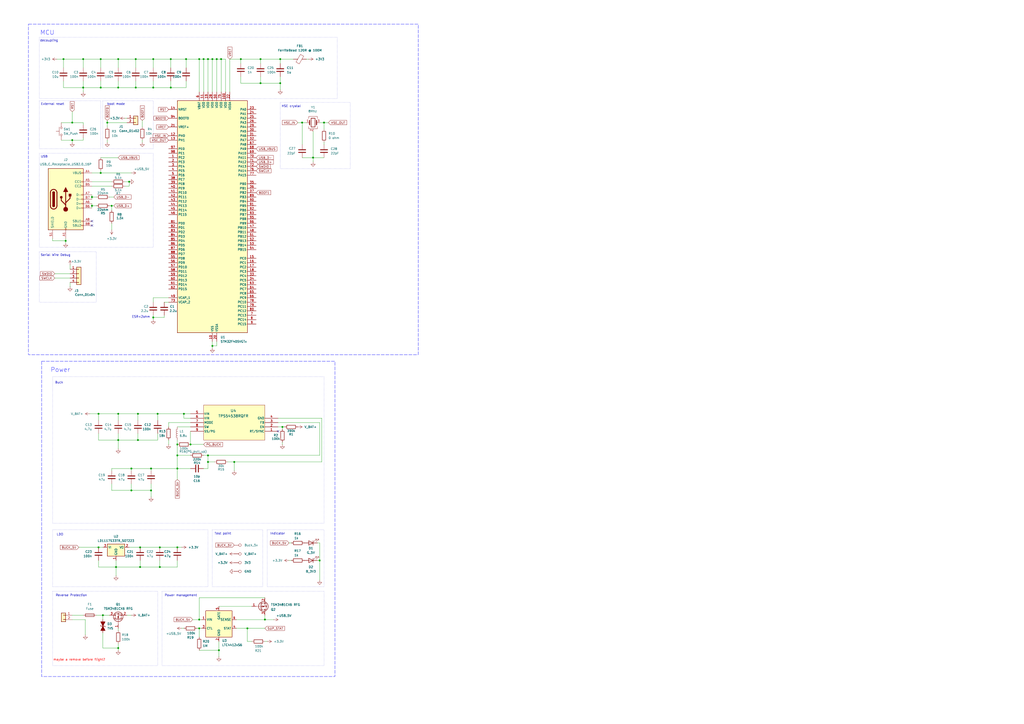
<source format=kicad_sch>
(kicad_sch (version 20250114) (generator "eeschema") (generator_version "9.0")
  (paper "A2")
  (rectangle (start 93.98 342.9) (end 187.96 386.08) (stroke (width 0) (type dot)))
  (rectangle (start 30.48 218.44) (end 187.96 303.53) (stroke (width 0) (type dot)))
  (rectangle (start 30.48 342.9) (end 91.44 386.08) (stroke (width 0) (type dot)))
  (rectangle (start 59.69 58.42) (end 88.9 86.36) (stroke (width 0) (type dot)))
  (rectangle (start 16.51 13.97) (end 242.57 205.74) (stroke (width 0.1778) (type dash) (color 0 0 255 1)))
  (rectangle (start 123.19 307.34) (end 152.4 340.36) (stroke (width 0) (type dot)))
  (rectangle (start 24.13 209.55) (end 194.31 392.43) (stroke (width 0.1778) (type dash) (color 0 0 255 1)))
  (rectangle (start 162.56 59.436) (end 203.2 97.79) (stroke (width 0) (type dot)))
  (rectangle (start 154.94 307.34) (end 187.96 340.36) (stroke (width 0) (type dot)))
  (rectangle (start 22.86 58.42) (end 58.42 86.36) (stroke (width 0) (type dot)))
  (rectangle (start 22.86 21.59) (end 195.58 57.15) (stroke (width 0) (type dot)))
  (rectangle (start 22.86 88.9) (end 88.9 143.51) (stroke (width 0) (type dot)))
  (rectangle (start 22.86 146.05) (end 55.88 175.26) (stroke (width 0) (type dot)))
  (rectangle (start 30.48 307.34) (end 120.65 340.36) (stroke (width 0) (type dot)))
  (text "Indicator" (at 161.036 309.626 0) (effects (font (size 1.27 1.27))))
  (text "HSE crystal" (at 168.91 61.722 0) (effects (font (size 1.27 1.27))))
  (text "Buck" (at 34.29 221.996 0) (effects (font (size 1.27 1.27))))
  (text "maybe a remove before flight?" (at 45.974 382.778 0) (effects (font (size 1.27 1.27))))
  (text "MCU" (at 27.432 19.05 0) (effects (font (size 2.54 2.54))))
  (text "boot mode" (at 67.31 60.452 0) (effects (font (size 1.27 1.27))))
  (text "USB\n" (at 25.654 90.932 0) (effects (font (size 1.27 1.27))))
  (text "Reverse Protection" (at 41.402 345.44 0) (effects (font (size 1.27 1.27))))
  (text "Power management" (at 104.902 345.44 0) (effects (font (size 1.27 1.27))))
  (text "Power" (at 35.052 214.63 0) (effects (font (size 2.54 2.54))))
  (text "LDO" (at 34.798 310.134 0) (effects (font (size 1.27 1.27))))
  (text "decoupling" (at 28.448 23.622 0) (effects (font (size 1.27 1.27))))
  (text "ESR<2ohm\n" (at 81.788 183.896 0) (effects (font (size 1.27 1.27))))
  (text "External reset\n" (at 30.48 60.452 0) (effects (font (size 1.27 1.27))))
  (text "Test point" (at 129.286 309.626 0) (effects (font (size 1.27 1.27))))
  (text "Serial Wire Debug\n" (at 32.258 148.082 0) (effects (font (size 1.27 1.27))))
  (junction (at 81.28 328.93))
  (junction (at 153.67 359.41))
  (junction (at 78.74 50.8))
  (junction (at 68.58 255.27))
  (junction (at 185.42 325.12))
  (junction (at 53.34 114.3))
  (junction (at 92.71 317.5))
  (junction (at 41.91 71.12))
  (junction (at 115.57 364.49))
  (junction (at 175.26 71.12))
  (junction (at 57.15 240.03))
  (junction (at 59.69 356.87))
  (junction (at 87.63 284.48))
  (junction (at 162.56 34.29))
  (junction (at 123.19 34.29))
  (junction (at 102.87 271.78))
  (junction (at 57.15 317.5))
  (junction (at 151.13 48.26))
  (junction (at 135.89 267.97))
  (junction (at 115.57 359.41))
  (junction (at 107.95 34.29))
  (junction (at 187.96 71.12))
  (junction (at 120.65 34.29))
  (junction (at 41.91 81.28))
  (junction (at 87.63 271.78))
  (junction (at 123.19 200.66))
  (junction (at 181.61 91.44))
  (junction (at 110.49 257.81))
  (junction (at 91.44 240.03))
  (junction (at 102.87 257.81))
  (junction (at 48.26 34.29))
  (junction (at 88.9 34.29))
  (junction (at 78.74 34.29))
  (junction (at 88.9 184.15))
  (junction (at 81.28 317.5))
  (junction (at 118.11 34.29))
  (junction (at 68.58 34.29))
  (junction (at 139.7 34.29))
  (junction (at 76.2 271.78))
  (junction (at 163.83 247.65))
  (junction (at 102.87 264.16))
  (junction (at 74.93 105.41))
  (junction (at 68.58 240.03))
  (junction (at 67.31 328.93))
  (junction (at 58.42 100.33))
  (junction (at 58.42 34.29))
  (junction (at 80.01 255.27))
  (junction (at 88.9 50.8))
  (junction (at 92.71 328.93))
  (junction (at 64.77 119.38))
  (junction (at 162.56 48.26))
  (junction (at 127 377.19))
  (junction (at 80.01 240.03))
  (junction (at 102.87 317.5))
  (junction (at 36.83 34.29))
  (junction (at 48.26 50.8))
  (junction (at 68.58 375.92))
  (junction (at 143.51 364.49))
  (junction (at 58.42 50.8))
  (junction (at 76.2 284.48))
  (junction (at 99.06 34.29))
  (junction (at 38.1 139.7))
  (junction (at 99.06 50.8))
  (junction (at 115.57 34.29))
  (junction (at 125.73 34.29))
  (junction (at 120.65 264.16))
  (junction (at 62.23 71.12))
  (junction (at 53.34 119.38))
  (junction (at 120.65 267.97))
  (junction (at 68.58 50.8))
  (junction (at 106.68 240.03))
  (junction (at 128.27 34.29))
  (junction (at 151.13 34.29))
  (no_connect (at 53.34 128.27))
  (no_connect (at 53.34 130.81))
  (no_connect (at 161.29 250.19))
  (wire (pts (xy 95.25 175.26) (xy 97.79 175.26)))
  (wire (pts (xy 76.2 100.33) (xy 58.42 100.33)))
  (wire (pts (xy 53.34 118.11) (xy 53.34 119.38)))
  (wire (pts (xy 57.15 325.12) (xy 57.15 328.93)))
  (wire (pts (xy 91.44 240.03) (xy 106.68 240.03)))
  (wire (pts (xy 97.79 245.11) (xy 110.49 245.11)))
  (wire (pts (xy 118.11 34.29) (xy 118.11 53.34)))
  (wire (pts (xy 132.08 267.97) (xy 135.89 267.97)))
  (wire (pts (xy 97.79 245.11) (xy 97.79 247.65)))
  (wire (pts (xy 82.55 69.85) (xy 82.55 73.66)))
  (wire (pts (xy 76.2 273.05) (xy 76.2 271.78)))
  (wire (pts (xy 57.15 251.46) (xy 57.15 255.27)))
  (wire (pts (xy 162.56 44.45) (xy 162.56 48.26)))
  (wire (pts (xy 38.1 139.7) (xy 38.1 140.97)))
  (wire (pts (xy 123.19 34.29) (xy 125.73 34.29)))
  (wire (pts (xy 120.65 34.29) (xy 123.19 34.29)))
  (wire (pts (xy 120.65 264.16) (xy 185.42 264.16)))
  (wire (pts (xy 38.1 138.43) (xy 38.1 139.7)))
  (wire (pts (xy 80.01 240.03) (xy 80.01 243.84)))
  (wire (pts (xy 181.61 91.44) (xy 187.96 91.44)))
  (wire (pts (xy 58.42 100.33) (xy 53.34 100.33)))
  (wire (pts (xy 68.58 240.03) (xy 68.58 243.84)))
  (wire (pts (xy 128.27 53.34) (xy 128.27 34.29)))
  (wire (pts (xy 88.9 34.29) (xy 88.9 39.37)))
  (wire (pts (xy 120.65 271.78) (xy 120.65 267.97)))
  (wire (pts (xy 74.93 105.41) (xy 74.93 107.95)))
  (wire (pts (xy 87.63 280.67) (xy 87.63 284.48)))
  (wire (pts (xy 88.9 34.29) (xy 99.06 34.29)))
  (wire (pts (xy 162.56 34.29) (xy 162.56 36.83)))
  (wire (pts (xy 151.13 44.45) (xy 151.13 48.26)))
  (wire (pts (xy 91.44 240.03) (xy 91.44 243.84)))
  (wire (pts (xy 143.51 364.49) (xy 153.67 364.49)))
  (wire (pts (xy 163.83 247.65) (xy 165.1 247.65)))
  (wire (pts (xy 88.9 184.15) (xy 88.9 185.42)))
  (wire (pts (xy 78.74 34.29) (xy 88.9 34.29)))
  (wire (pts (xy 114.3 364.49) (xy 115.57 364.49)))
  (wire (pts (xy 33.02 34.29) (xy 36.83 34.29)))
  (wire (pts (xy 127 351.79) (xy 146.05 351.79)))
  (wire (pts (xy 81.28 317.5) (xy 92.71 317.5)))
  (wire (pts (xy 125.73 198.12) (xy 125.73 200.66)))
  (wire (pts (xy 187.96 82.55) (xy 187.96 83.82)))
  (wire (pts (xy 73.66 356.87) (xy 76.2 356.87)))
  (wire (pts (xy 63.5 119.38) (xy 64.77 119.38)))
  (wire (pts (xy 88.9 182.88) (xy 88.9 184.15)))
  (wire (pts (xy 76.2 271.78) (xy 87.63 271.78)))
  (wire (pts (xy 128.27 34.29) (xy 130.81 34.29)))
  (wire (pts (xy 110.49 271.78) (xy 102.87 271.78)))
  (wire (pts (xy 102.87 247.65) (xy 110.49 247.65)))
  (wire (pts (xy 181.61 76.2) (xy 181.61 91.44)))
  (wire (pts (xy 48.26 80.01) (xy 48.26 81.28)))
  (wire (pts (xy 99.06 46.99) (xy 99.06 50.8)))
  (wire (pts (xy 133.35 34.29) (xy 139.7 34.29)))
  (wire (pts (xy 175.26 71.12) (xy 177.8 71.12)))
  (wire (pts (xy 62.23 81.28) (xy 62.23 82.55)))
  (wire (pts (xy 68.58 255.27) (xy 80.01 255.27)))
  (wire (pts (xy 162.56 34.29) (xy 170.18 34.29)))
  (wire (pts (xy 102.87 257.81) (xy 102.87 264.16)))
  (wire (pts (xy 57.15 255.27) (xy 68.58 255.27)))
  (wire (pts (xy 62.23 71.12) (xy 62.23 73.66)))
  (wire (pts (xy 40.64 163.83) (xy 40.64 166.37)))
  (wire (pts (xy 153.67 346.71) (xy 115.57 346.71)))
  (wire (pts (xy 57.15 328.93) (xy 67.31 328.93)))
  (wire (pts (xy 137.16 359.41) (xy 153.67 359.41)))
  (wire (pts (xy 130.81 34.29) (xy 130.81 53.34)))
  (wire (pts (xy 175.26 91.44) (xy 181.61 91.44)))
  (wire (pts (xy 41.91 359.41) (xy 49.53 359.41)))
  (wire (pts (xy 184.15 314.96) (xy 185.42 314.96)))
  (wire (pts (xy 64.77 119.38) (xy 64.77 121.92)))
  (wire (pts (xy 58.42 50.8) (xy 48.26 50.8)))
  (wire (pts (xy 151.13 34.29) (xy 162.56 34.29)))
  (wire (pts (xy 187.96 71.12) (xy 190.5 71.12)))
  (wire (pts (xy 175.26 71.12) (xy 175.26 83.82)))
  (wire (pts (xy 78.74 50.8) (xy 88.9 50.8)))
  (wire (pts (xy 81.28 325.12) (xy 81.28 328.93)))
  (wire (pts (xy 67.31 328.93) (xy 81.28 328.93)))
  (wire (pts (xy 125.73 53.34) (xy 125.73 34.29)))
  (wire (pts (xy 63.5 356.87) (xy 59.69 356.87)))
  (wire (pts (xy 57.15 240.03) (xy 57.15 243.84)))
  (wire (pts (xy 186.69 242.57) (xy 186.69 267.97)))
  (wire (pts (xy 48.26 34.29) (xy 58.42 34.29)))
  (wire (pts (xy 153.67 359.41) (xy 153.67 356.87)))
  (wire (pts (xy 41.91 356.87) (xy 48.26 356.87)))
  (wire (pts (xy 107.95 34.29) (xy 115.57 34.29)))
  (wire (pts (xy 30.48 139.7) (xy 38.1 139.7)))
  (wire (pts (xy 58.42 91.44) (xy 68.58 91.44)))
  (wire (pts (xy 59.69 356.87) (xy 59.69 359.41)))
  (wire (pts (xy 88.9 46.99) (xy 88.9 50.8)))
  (wire (pts (xy 162.56 48.26) (xy 162.56 52.07)))
  (wire (pts (xy 118.11 34.29) (xy 120.65 34.29)))
  (wire (pts (xy 67.31 328.93) (xy 67.31 334.01)))
  (wire (pts (xy 102.87 264.16) (xy 110.49 264.16)))
  (wire (pts (xy 110.49 257.81) (xy 118.11 257.81)))
  (wire (pts (xy 68.58 373.38) (xy 68.58 375.92)))
  (wire (pts (xy 161.29 245.11) (xy 185.42 245.11)))
  (wire (pts (xy 48.26 50.8) (xy 48.26 53.34)))
  (wire (pts (xy 80.01 240.03) (xy 91.44 240.03)))
  (wire (pts (xy 59.69 375.92) (xy 68.58 375.92)))
  (wire (pts (xy 53.34 114.3) (xy 55.88 114.3)))
  (wire (pts (xy 72.39 107.95) (xy 74.93 107.95)))
  (wire (pts (xy 58.42 34.29) (xy 68.58 34.29)))
  (wire (pts (xy 35.56 81.28) (xy 41.91 81.28)))
  (wire (pts (xy 48.26 50.8) (xy 48.26 46.99)))
  (wire (pts (xy 72.39 68.58) (xy 73.66 68.58)))
  (wire (pts (xy 163.83 247.65) (xy 163.83 248.92)))
  (wire (pts (xy 110.49 257.81) (xy 110.49 250.19)))
  (wire (pts (xy 36.83 34.29) (xy 48.26 34.29)))
  (wire (pts (xy 151.13 48.26) (xy 162.56 48.26)))
  (wire (pts (xy 68.58 255.27) (xy 68.58 260.35)))
  (wire (pts (xy 153.67 359.41) (xy 158.75 359.41)))
  (wire (pts (xy 139.7 44.45) (xy 139.7 48.26)))
  (wire (pts (xy 110.49 242.57) (xy 106.68 242.57)))
  (wire (pts (xy 64.77 284.48) (xy 76.2 284.48)))
  (wire (pts (xy 118.11 271.78) (xy 120.65 271.78)))
  (wire (pts (xy 36.83 46.99) (xy 36.83 50.8)))
  (wire (pts (xy 184.15 325.12) (xy 185.42 325.12)))
  (wire (pts (xy 151.13 34.29) (xy 151.13 36.83)))
  (wire (pts (xy 123.19 53.34) (xy 123.19 34.29)))
  (wire (pts (xy 53.34 119.38) (xy 55.88 119.38)))
  (wire (pts (xy 78.74 46.99) (xy 78.74 50.8)))
  (wire (pts (xy 139.7 34.29) (xy 151.13 34.29)))
  (wire (pts (xy 30.48 138.43) (xy 30.48 139.7)))
  (wire (pts (xy 115.57 346.71) (xy 115.57 359.41)))
  (wire (pts (xy 31.75 161.29) (xy 40.64 161.29)))
  (wire (pts (xy 163.83 256.54) (xy 163.83 257.81)))
  (wire (pts (xy 125.73 34.29) (xy 128.27 34.29)))
  (wire (pts (xy 172.72 71.12) (xy 175.26 71.12)))
  (wire (pts (xy 88.9 172.72) (xy 88.9 175.26)))
  (wire (pts (xy 53.34 113.03) (xy 53.34 114.3)))
  (wire (pts (xy 57.15 317.5) (xy 59.69 317.5)))
  (wire (pts (xy 41.91 64.77) (xy 41.91 71.12)))
  (wire (pts (xy 88.9 50.8) (xy 99.06 50.8)))
  (wire (pts (xy 123.19 198.12) (xy 123.19 200.66)))
  (wire (pts (xy 36.83 34.29) (xy 36.83 39.37)))
  (wire (pts (xy 41.91 71.12) (xy 48.26 71.12)))
  (wire (pts (xy 64.77 271.78) (xy 76.2 271.78)))
  (wire (pts (xy 125.73 200.66) (xy 123.19 200.66)))
  (wire (pts (xy 97.79 172.72) (xy 88.9 172.72)))
  (wire (pts (xy 58.42 99.06) (xy 58.42 100.33)))
  (wire (pts (xy 67.31 325.12) (xy 67.31 328.93)))
  (wire (pts (xy 76.2 280.67) (xy 76.2 284.48)))
  (wire (pts (xy 63.5 114.3) (xy 66.04 114.3)))
  (wire (pts (xy 64.77 119.38) (xy 66.04 119.38)))
  (wire (pts (xy 105.41 364.49) (xy 106.68 364.49)))
  (wire (pts (xy 107.95 46.99) (xy 107.95 50.8)))
  (wire (pts (xy 72.39 105.41) (xy 74.93 105.41)))
  (wire (pts (xy 48.26 34.29) (xy 48.26 39.37)))
  (wire (pts (xy 143.51 364.49) (xy 143.51 372.11)))
  (wire (pts (xy 161.29 242.57) (xy 186.69 242.57)))
  (wire (pts (xy 186.69 267.97) (xy 135.89 267.97)))
  (wire (pts (xy 95.25 184.15) (xy 88.9 184.15)))
  (wire (pts (xy 81.28 328.93) (xy 92.71 328.93)))
  (wire (pts (xy 95.25 182.88) (xy 95.25 184.15)))
  (wire (pts (xy 68.58 364.49) (xy 68.58 365.76)))
  (wire (pts (xy 102.87 255.27) (xy 102.87 257.81)))
  (wire (pts (xy 127 372.11) (xy 127 377.19)))
  (wire (pts (xy 62.23 71.12) (xy 73.66 71.12)))
  (wire (pts (xy 102.87 271.78) (xy 102.87 264.16)))
  (wire (pts (xy 167.64 325.12) (xy 168.91 325.12)))
  (wire (pts (xy 45.72 317.5) (xy 57.15 317.5)))
  (wire (pts (xy 107.95 34.29) (xy 107.95 39.37)))
  (wire (pts (xy 92.71 325.12) (xy 92.71 328.93)))
  (wire (pts (xy 118.11 264.16) (xy 120.65 264.16)))
  (wire (pts (xy 185.42 245.11) (xy 185.42 264.16)))
  (wire (pts (xy 68.58 240.03) (xy 80.01 240.03)))
  (wire (pts (xy 41.91 81.28) (xy 41.91 82.55)))
  (wire (pts (xy 187.96 71.12) (xy 187.96 74.93)))
  (wire (pts (xy 139.7 34.29) (xy 139.7 36.83)))
  (wire (pts (xy 64.77 129.54) (xy 64.77 133.35)))
  (wire (pts (xy 80.01 255.27) (xy 91.44 255.27)))
  (wire (pts (xy 68.58 46.99) (xy 68.58 50.8)))
  (wire (pts (xy 97.79 255.27) (xy 97.79 257.81)))
  (wire (pts (xy 143.51 372.11) (xy 146.05 372.11)))
  (wire (pts (xy 48.26 72.39) (xy 48.26 71.12)))
  (wire (pts (xy 177.8 34.29) (xy 179.07 34.29)))
  (wire (pts (xy 181.61 91.44) (xy 181.61 93.98)))
  (wire (pts (xy 64.77 280.67) (xy 64.77 284.48)))
  (wire (pts (xy 115.57 364.49) (xy 115.57 369.57)))
  (wire (pts (xy 127 377.19) (xy 127 381)))
  (wire (pts (xy 58.42 34.29) (xy 58.42 39.37)))
  (wire (pts (xy 133.35 53.34) (xy 133.35 34.29)))
  (wire (pts (xy 185.42 325.12) (xy 185.42 336.55)))
  (wire (pts (xy 53.34 107.95) (xy 64.77 107.95)))
  (wire (pts (xy 115.57 377.19) (xy 127 377.19)))
  (wire (pts (xy 78.74 34.29) (xy 78.74 39.37)))
  (wire (pts (xy 185.42 314.96) (xy 185.42 325.12)))
  (wire (pts (xy 105.41 317.5) (xy 102.87 317.5)))
  (wire (pts (xy 59.69 367.03) (xy 59.69 375.92)))
  (wire (pts (xy 62.23 69.85) (xy 62.23 71.12)))
  (wire (pts (xy 76.2 284.48) (xy 87.63 284.48)))
  (wire (pts (xy 135.89 267.97) (xy 135.89 273.05)))
  (wire (pts (xy 68.58 251.46) (xy 68.58 255.27)))
  (wire (pts (xy 102.87 271.78) (xy 102.87 278.13)))
  (wire (pts (xy 185.42 71.12) (xy 187.96 71.12)))
  (wire (pts (xy 87.63 271.78) (xy 102.87 271.78)))
  (wire (pts (xy 41.91 81.28) (xy 48.26 81.28)))
  (wire (pts (xy 167.64 314.96) (xy 168.91 314.96)))
  (wire (pts (xy 115.57 34.29) (xy 118.11 34.29)))
  (wire (pts (xy 143.51 364.49) (xy 137.16 364.49)))
  (wire (pts (xy 92.71 317.5) (xy 102.87 317.5)))
  (wire (pts (xy 115.57 34.29) (xy 115.57 53.34)))
  (wire (pts (xy 120.65 267.97) (xy 124.46 267.97)))
  (wire (pts (xy 68.58 50.8) (xy 78.74 50.8)))
  (wire (pts (xy 68.58 375.92) (xy 68.58 377.19)))
  (wire (pts (xy 99.06 34.29) (xy 107.95 34.29)))
  (wire (pts (xy 58.42 46.99) (xy 58.42 50.8)))
  (wire (pts (xy 120.65 264.16) (xy 120.65 267.97)))
  (wire (pts (xy 35.56 71.12) (xy 41.91 71.12)))
  (wire (pts (xy 87.63 271.78) (xy 87.63 273.05)))
  (wire (pts (xy 123.19 200.66) (xy 123.19 201.93)))
  (wire (pts (xy 120.65 34.29) (xy 120.65 53.34)))
  (wire (pts (xy 40.64 153.67) (xy 40.64 156.21)))
  (wire (pts (xy 99.06 50.8) (xy 107.95 50.8)))
  (wire (pts (xy 106.68 242.57) (xy 106.68 240.03)))
  (wire (pts (xy 139.7 48.26) (xy 151.13 48.26)))
  (wire (pts (xy 57.15 240.03) (xy 68.58 240.03)))
  (wire (pts (xy 161.29 247.65) (xy 163.83 247.65)))
  (wire (pts (xy 36.83 50.8) (xy 48.26 50.8)))
  (wire (pts (xy 99.06 34.29) (xy 99.06 39.37)))
  (wire (pts (xy 154.94 372.11) (xy 153.67 372.11)))
  (wire (pts (xy 68.58 34.29) (xy 68.58 39.37)))
  (wire (pts (xy 53.34 114.3) (xy 53.34 115.57)))
  (wire (pts (xy 31.75 158.75) (xy 40.64 158.75)))
  (wire (pts (xy 55.88 356.87) (xy 59.69 356.87)))
  (wire (pts (xy 106.68 240.03) (xy 110.49 240.03)))
  (wire (pts (xy 87.63 284.48) (xy 87.63 288.29)))
  (wire (pts (xy 92.71 328.93) (xy 102.87 328.93)))
  (wire (pts (xy 102.87 325.12) (xy 102.87 328.93)))
  (wire (pts (xy 115.57 359.41) (xy 116.84 359.41)))
  (wire (pts (xy 74.93 317.5) (xy 81.28 317.5)))
  (wire (pts (xy 53.34 105.41) (xy 64.77 105.41)))
  (wire (pts (xy 58.42 50.8) (xy 68.58 50.8)))
  (wire (pts (xy 68.58 34.29) (xy 78.74 34.29)))
  (wire (pts (xy 52.07 240.03) (xy 57.15 240.03)))
  (wire (pts (xy 49.53 359.41) (xy 49.53 368.3)))
  (wire (pts (xy 82.55 82.55) (xy 82.55 81.28)))
  (wire (pts (xy 80.01 251.46) (xy 80.01 255.27)))
  (wire (pts (xy 115.57 364.49) (xy 116.84 364.49)))
  (wire (pts (xy 53.34 119.38) (xy 53.34 120.65)))
  (wire (pts (xy 91.44 251.46) (xy 91.44 255.27)))
  (wire (pts (xy 64.77 273.05) (xy 64.77 271.78)))
  (wire (pts (xy 111.76 359.41) (xy 115.57 359.41)))
  (global_label "RST" (shape input) (at 97.79 63.5 180) (property "Intersheetrefs" "${INTERSHEET_REFS}" (effects (hide yes))))
  (global_label "HSE_OUT" (shape input) (at 190.5 71.12 0) (property "Intersheetrefs" "${INTERSHEET_REFS}" (effects (hide yes))))
  (global_label "BUCK_5V" (shape input) (at 135.89 316.23 180) (property "Intersheetrefs" "${INTERSHEET_REFS}" (effects (hide yes))))
  (global_label "USB_VBUS" (shape input) (at 68.58 91.44 0) (property "Intersheetrefs" "${INTERSHEET_REFS}" (effects (hide yes))))
  (global_label "SWCLK" (shape input) (at 31.75 161.29 180) (property "Intersheetrefs" "${INTERSHEET_REFS}" (effects (hide yes))))
  (global_label "HSE_OUT" (shape input) (at 97.79 81.28 180) (property "Intersheetrefs" "${INTERSHEET_REFS}" (effects (hide yes))))
  (global_label "BUCK_5V" (shape input) (at 45.72 317.5 180) (property "Intersheetrefs" "${INTERSHEET_REFS}" (effects (hide yes))))
  (global_label "HSE_IN" (shape input) (at 172.72 71.12 180) (property "Intersheetrefs" "${INTERSHEET_REFS}" (effects (hide yes))))
  (global_label "SUP_STAT" (shape input) (at 153.67 364.49 0) (property "Intersheetrefs" "${INTERSHEET_REFS}" (effects (hide yes))))
  (global_label "BUCK_5V" (shape input) (at 111.76 359.41 180) (property "Intersheetrefs" "${INTERSHEET_REFS}" (effects (hide yes))))
  (global_label "USB_D-" (shape input) (at 66.04 114.3 0) (property "Intersheetrefs" "${INTERSHEET_REFS}" (effects (hide yes))))
  (global_label "RST" (shape input) (at 41.91 64.77 90) (property "Intersheetrefs" "${INTERSHEET_REFS}" (effects (hide yes))))
  (global_label "BOOT0" (shape input) (at 62.23 69.85 90) (property "Intersheetrefs" "${INTERSHEET_REFS}" (effects (hide yes))))
  (global_label "BOOT1" (shape input) (at 148.59 111.76 0) (property "Intersheetrefs" "${INTERSHEET_REFS}" (effects (hide yes))))
  (global_label "BUCK_5V" (shape input) (at 167.64 314.96 180) (property "Intersheetrefs" "${INTERSHEET_REFS}" (effects (hide yes))))
  (global_label "SWDIO" (shape input) (at 31.75 158.75 180) (property "Intersheetrefs" "${INTERSHEET_REFS}" (effects (hide yes))))
  (global_label "BOOT0" (shape input) (at 97.79 68.58 180) (property "Intersheetrefs" "${INTERSHEET_REFS}" (effects (hide yes))))
  (global_label "VREF" (shape input) (at 133.35 34.29 90) (property "Intersheetrefs" "${INTERSHEET_REFS}" (effects (hide yes))))
  (global_label "BUCK_5V" (shape input) (at 102.87 278.13 270) (property "Intersheetrefs" "${INTERSHEET_REFS}" (effects (hide yes))))
  (global_label "USB_D+" (shape input) (at 66.04 119.38 0) (property "Intersheetrefs" "${INTERSHEET_REFS}" (effects (hide yes))))
  (global_label "BOOT1" (shape input) (at 82.55 69.85 90) (property "Intersheetrefs" "${INTERSHEET_REFS}" (effects (hide yes))))
  (global_label "VREF" (shape input) (at 97.79 73.66 180) (property "Intersheetrefs" "${INTERSHEET_REFS}" (effects (hide yes))))
  (global_label "SWDIO" (shape input) (at 148.59 96.52 0) (property "Intersheetrefs" "${INTERSHEET_REFS}" (effects (hide yes))))
  (global_label "USB_D+" (shape input) (at 148.59 93.98 0) (property "Intersheetrefs" "${INTERSHEET_REFS}" (effects (hide yes))))
  (global_label "USB_D-" (shape input) (at 148.59 91.44 0) (property "Intersheetrefs" "${INTERSHEET_REFS}" (effects (hide yes))))
  (global_label "PG_BUCK" (shape input) (at 118.11 257.81 0) (property "Intersheetrefs" "${INTERSHEET_REFS}" (effects (hide yes))))
  (global_label "USB_VBUS" (shape input) (at 148.59 86.36 0) (property "Intersheetrefs" "${INTERSHEET_REFS}" (effects (hide yes))))
  (global_label "HSE_IN" (shape input) (at 97.79 78.74 180) (property "Intersheetrefs" "${INTERSHEET_REFS}" (effects (hide yes))))
  (global_label "SWCLK" (shape input) (at 148.59 99.06 0) (property "Intersheetrefs" "${INTERSHEET_REFS}" (effects (hide yes))))
  (symbol (lib_id "power:VAA") (at 52.07 240.03 90) (unit 1)
    (property "Reference" "#PWR028" (effects (hide yes)))
    (property "Value" "V_BAT+" (at 48.26 240.0299 90) (effects (justify left)))
    (property "Description" "Power symbol creates a global label with name \"VAA\"" (effects (hide yes)))
  )
  (symbol (lib_id "Regulator_Linear:LD1117S33TR_SOT223") (at 67.31 317.5 0) (unit 1)
    (property "Reference" "U2" (at 67.31 311.15 0))
    (property "Value" "LD1117S33TR_SOT223" (at 67.31 313.69 0))
    (property "Footprint" "Package_TO_SOT_SMD:SOT-223-3_TabPin2" (effects (hide yes)))
    (property "Datasheet" "http://www.st.com/st-web-ui/static/active/en/resource/technical/document/datasheet/CD00000544.pdf" (effects (hide yes)))
    (property "Description" "800mA Fixed Low Drop Positive Voltage Regulator, Fixed Output 3.3V, SOT-223" (effects (hide yes)))
  )
  (symbol (lib_id "Connector:TestPoint") (at 135.89 326.39 270) (unit 1)
    (property "Reference" "3V3" (at 141.732 326.39 90) (effects (justify left)))
    (property "Value" "TestPoint" (effects (hide yes)))
    (property "Description" "test point" (effects (hide yes)))
  )
  (symbol (lib_id "Device:C") (at 114.3 271.78 90) (mirror x) (unit 1)
    (property "Reference" "C16" (at 116.078 278.892 90) (effects (justify left)))
    (property "Value" "10p" (at 116.078 276.352 90) (effects (justify left)))
    (property "Description" "Unpolarized capacitor" (effects (hide yes)))
  )
  (symbol (lib_id "power:GND") (at 185.42 336.55 0) (unit 1)
    (property "Reference" "#PWR027" (effects (hide yes)))
    (property "Value" "GND" (effects (hide yes)))
    (property "Description" "Power symbol creates a global label with name \"GND\" , ground" (effects (hide yes)))
  )
  (symbol (lib_id "Device:LED") (at 180.34 314.96 180) (unit 1)
    (property "Reference" "D1" (at 180.34 318.008 0))
    (property "Value" "G_5V" (at 180.34 320.548 0))
    (property "Description" "Light emitting diode" (effects (hide yes)))
    (property "Sim.Pins" "1=K 2=A" (effects (hide yes)))
  )
  (symbol (lib_id "Device:C") (at 57.15 247.65 0) (mirror y) (unit 1)
    (property "Reference" "C13" (at 53.34 246.3799 0) (effects (justify left)))
    (property "Value" "4.7u" (at 53.34 248.9199 0) (effects (justify left)))
    (property "Description" "Unpolarized capacitor" (effects (hide yes)))
  )
  (symbol (lib_id "Device:R") (at 68.58 105.41 90) (unit 1)
    (property "Reference" "R6" (at 68.58 101.092 90))
    (property "Value" "5.1k" (at 68.58 103.124 90))
    (property "Description" "Resistor" (effects (hide yes)))
  )
  (symbol (lib_id "Connector:TestPoint") (at 135.89 331.47 270) (unit 1)
    (property "Reference" "GND" (at 141.732 331.47 90) (effects (justify left)))
    (property "Value" "TestPoint" (effects (hide yes)))
    (property "Description" "test point" (effects (hide yes)))
  )
  (symbol (lib_id "power:GND") (at 49.53 368.3 0) (unit 1)
    (property "Reference" "#PWR030" (effects (hide yes)))
    (property "Value" "GND" (effects (hide yes)))
    (property "Description" "Power symbol creates a global label with name \"GND\" , ground" (effects (hide yes)))
  )
  (symbol (lib_id "Device:C") (at 88.9 43.18 0) (mirror y) (unit 1)
    (property "Reference" "C7" (at 86.106 41.91 0) (effects (justify left)))
    (property "Value" "100n" (at 86.106 44.45 0) (effects (justify left)))
    (property "Description" "Unpolarized capacitor" (effects (hide yes)))
  )
  (symbol (lib_id "Device:C") (at 139.7 40.64 0) (unit 1)
    (property "Reference" "C20" (at 143.51 39.3699 0) (effects (justify left)))
    (property "Value" "1n" (at 143.51 41.9099 0) (effects (justify left)))
    (property "Description" "Unpolarized capacitor" (effects (hide yes)))
  )
  (symbol (lib_id "Device:R") (at 62.23 77.47 0) (unit 1)
    (property "Reference" "R3" (at 64.77 76.1999 0) (effects (justify left)))
    (property "Value" "10k" (at 64.77 78.7399 0) (effects (justify left)))
    (property "Description" "Resistor" (effects (hide yes)))
  )
  (symbol (lib_id "power:GND") (at 163.83 257.81 0) (unit 1)
    (property "Reference" "#PWR02" (effects (hide yes)))
    (property "Value" "GND" (effects (hide yes)))
    (property "Description" "Power symbol creates a global label with name \"GND\" , ground" (effects (hide yes)))
  )
  (symbol (lib_id "MCU_ST_STM32F4:STM32F405VGTx") (at 123.19 127 0) (unit 1)
    (property "Reference" "U1" (at 127.8733 195.58 0) (effects (justify left)))
    (property "Value" "STM32F405VGTx" (at 127.8733 198.12 0) (effects (justify left)))
    (property "Footprint" "Package_QFP:LQFP-100_14x14mm_P0.5mm" (effects (hide yes)))
    (property "Datasheet" "https://www.st.com/resource/en/datasheet/stm32f405vg.pdf" (effects (hide yes)))
    (property "Description" "STMicroelectronics Arm Cortex-M4 MCU, 1024KB flash, 192KB RAM, 168 MHz, 1.8-3.6V, 82 GPIO, LQFP100" (effects (hide yes)))
  )
  (symbol (lib_id "Device:Fuse") (at 52.07 356.87 90) (unit 1)
    (property "Reference" "F1" (at 52.07 350.52 90))
    (property "Value" "Fuse" (at 52.07 353.06 90))
    (property "Description" "Fuse" (effects (hide yes)))
  )
  (symbol (lib_id "Power_Management:LTC4412xS6") (at 127 361.95 0) (unit 1)
    (property "Reference" "U3" (at 128.778 371.602 0) (effects (justify left)))
    (property "Value" "LTC4412xS6" (at 128.778 374.142 0) (effects (justify left)))
    (property "Footprint" "Package_TO_SOT_SMD:TSOT-23-6" (effects (hide yes)))
    (property "Datasheet" "https://www.analog.com/media/en/technical-documentation/data-sheets/4412fb.pdf" (effects (hide yes)))
    (property "Description" "Low Loss PowerPath Controller, TSOT-23-6" (effects (hide yes)))
  )
  (symbol (lib_id "Device:R") (at 163.83 252.73 0) (mirror x) (unit 1)
    (property "Reference" "R2" (at 160.02 252.476 0))
    (property "Value" "100k" (at 160.02 254.508 0))
    (property "Description" "Resistor" (effects (hide yes)))
  )
  (symbol (lib_id "Device:R") (at 128.27 267.97 90) (mirror x) (unit 1)
    (property "Reference" "R15" (at 128.27 272.288 90))
    (property "Value" "30k" (at 128.27 270.256 90))
    (property "Description" "Resistor" (effects (hide yes)))
  )
  (symbol (lib_id "Device:L") (at 102.87 251.46 180) (unit 1)
    (property "Reference" "L1" (at 104.14 250.1899 0) (effects (justify right)))
    (property "Value" "6.8u" (at 104.14 252.7299 0) (effects (justify right)))
    (property "Description" "Inductor" (effects (hide yes)))
  )
  (symbol (lib_id "power:+3.3V") (at 72.39 68.58 90) (mirror x) (unit 1)
    (property "Reference" "#PWR010" (effects (hide yes)))
    (property "Value" "+3.3V" (at 66.548 68.58 90))
    (property "Description" "Power symbol creates a global label with name \"+3.3V\"" (effects (hide yes)))
  )
  (symbol (lib_id "power:GND") (at 48.26 53.34 0) (unit 1)
    (property "Reference" "#PWR05" (effects (hide yes)))
    (property "Value" "GND" (effects (hide yes)))
    (property "Description" "Power symbol creates a global label with name \"GND\" , ground" (effects (hide yes)))
  )
  (symbol (lib_id "Connector:USB_C_Receptacle_USB2.0_16P") (at 38.1 115.57 0) (unit 1)
    (property "Reference" "J2" (at 38.1 92.71 0))
    (property "Value" "USB_C_Receptacle_USB2.0_16P" (at 38.1 95.25 0))
    (property "Datasheet" "https://www.usb.org/sites/default/files/documents/usb_type-c.zip" (effects (hide yes)))
    (property "Description" "USB 2.0-only 16P Type-C Receptacle connector" (effects (hide yes)))
  )
  (symbol (lib_id "Device:R") (at 149.86 372.11 270) (mirror x) (unit 1)
    (property "Reference" "R21" (at 147.828 377.444 90) (effects (justify left)))
    (property "Value" "100k" (at 147.828 374.904 90) (effects (justify left)))
    (property "Description" "Resistor" (effects (hide yes)))
  )
  (symbol (lib_id "power:GND") (at 40.64 166.37 0) (unit 1)
    (property "Reference" "#PWR017" (effects (hide yes)))
    (property "Value" "GND" (effects (hide yes)))
    (property "Description" "Power symbol creates a global label with name \"GND\" , ground" (effects (hide yes)))
  )
  (symbol (lib_id "power:GND") (at 41.91 82.55 0) (unit 1)
    (property "Reference" "#PWR07" (effects (hide yes)))
    (property "Value" "GND" (effects (hide yes)))
    (property "Description" "Power symbol creates a global label with name \"GND\" , ground" (effects (hide yes)))
  )
  (symbol (lib_id "Device:R") (at 187.96 78.74 0) (unit 1)
    (property "Reference" "R10" (at 190.5 77.4699 0) (effects (justify left)))
    (property "Value" "0 ohm" (at 190.5 80.0099 0) (effects (justify left)))
    (property "Description" "Resistor" (effects (hide yes)))
  )
  (symbol (lib_id "Device:C") (at 99.06 43.18 0) (mirror y) (unit 1)
    (property "Reference" "C8" (at 96.266 41.91 0) (effects (justify left)))
    (property "Value" "100n" (at 96.266 44.45 0) (effects (justify left)))
    (property "Description" "Unpolarized capacitor" (effects (hide yes)))
  )
  (symbol (lib_id "power:GND") (at 38.1 140.97 0) (unit 1)
    (property "Reference" "#PWR016" (effects (hide yes)))
    (property "Value" "GND" (effects (hide yes)))
    (property "Description" "Power symbol creates a global label with name \"GND\" , ground" (effects (hide yes)))
  )
  (symbol (lib_id "Small_av_tony_lib:TPS54538RQFR") (at 161.29 250.19 180) (unit 1)
    (property "Reference" "U4" (at 135.382 238.252 0) (effects (font (size 1.524 1.524))))
    (property "Value" "TPS54538RQFR" (at 135.382 241.3 0) (effects (font (size 1.524 1.524))))
    (property "Footprint" "VQFN-HR9_RQF_TEX" (effects (hide yes)))
    (property "Datasheet" "https://www.ti.com/lit/gpn/tps54538" (effects (hide yes)))
  )
  (symbol (lib_id "Device:Crystal_GND24") (at 181.61 71.12 0) (unit 1)
    (property "Reference" "Y1" (at 181.61 62.23 0))
    (property "Value" "8Mhz" (at 181.356 64.516 0))
    (property "Description" "Four pin crystal, GND on pins 2 and 4" (effects (hide yes)))
    (property private "KLC_S3.3" "The rectangle is not a symbol body but a graphical element" (effects (hide yes)))
    (property private "KLC_S4.1" "Some pins are on 50mil grid to make the symbol small" (effects (hide yes)))
  )
  (symbol (lib_id "Connector:TestPoint") (at 135.89 316.23 270) (unit 1)
    (property "Reference" "Buck_5v" (at 141.732 316.23 90) (effects (justify left)))
    (property "Value" "TestPoint" (effects (hide yes)))
    (property "Description" "test point" (effects (hide yes)))
  )
  (symbol (lib_id "power:GND") (at 97.79 257.81 0) (unit 1)
    (property "Reference" "#PWR019" (effects (hide yes)))
    (property "Value" "GND" (effects (hide yes)))
    (property "Description" "Power symbol creates a global label with name \"GND\" , ground" (effects (hide yes)))
  )
  (symbol (lib_id "Device:R") (at 168.91 247.65 90) (mirror x) (unit 1)
    (property "Reference" "R1" (at 168.91 251.968 90))
    (property "Value" "390k" (at 168.91 249.936 90))
    (property "Description" "Resistor" (effects (hide yes)))
  )
  (symbol (lib_id "Device:C") (at 68.58 43.18 0) (mirror y) (unit 1)
    (property "Reference" "C5" (at 65.786 41.91 0) (effects (justify left)))
    (property "Value" "100n" (at 65.786 44.45 0) (effects (justify left)))
    (property "Description" "Unpolarized capacitor" (effects (hide yes)))
  )
  (symbol (lib_id "power:+3.3V") (at 105.41 317.5 270) (unit 1)
    (property "Reference" "#PWR022" (effects (hide yes)))
    (property "Value" "+3.3V" (at 109.22 317.4999 90) (effects (justify left)))
    (property "Description" "Power symbol creates a global label with name \"+3.3V\"" (effects (hide yes)))
  )
  (symbol (lib_id "Device:R") (at 68.58 107.95 90) (mirror x) (unit 1)
    (property "Reference" "R7" (at 68.58 112.268 90))
    (property "Value" "5.1k" (at 68.58 110.236 90))
    (property "Description" "Resistor" (effects (hide yes)))
  )
  (symbol (lib_id "Device:C") (at 187.96 87.63 0) (unit 1)
    (property "Reference" "C28" (at 191.77 86.3599 0) (effects (justify left)))
    (property "Value" "22pF" (at 191.77 88.8999 0) (effects (justify left)))
    (property "Description" "Unpolarized capacitor" (effects (hide yes)))
  )
  (symbol (lib_id "power:GND") (at 135.89 331.47 270) (unit 1)
    (property "Reference" "#PWR024" (effects (hide yes)))
    (property "Value" "GND" (effects (hide yes)))
    (property "Description" "Power symbol creates a global label with name \"GND\" , ground" (effects (hide yes)))
  )
  (symbol (lib_id "power:VAA") (at 135.89 321.31 90) (unit 1)
    (property "Reference" "#PWR029" (effects (hide yes)))
    (property "Value" "V_BAT+" (at 132.08 321.3099 90) (effects (justify left)))
    (property "Description" "Power symbol creates a global label with name \"VAA\"" (effects (hide yes)))
  )
  (symbol (lib_id "Device:R") (at 172.72 314.96 270) (unit 1)
    (property "Reference" "R16" (at 170.688 309.626 90) (effects (justify left)))
    (property "Value" "1k" (at 170.688 312.166 90) (effects (justify left)))
    (property "Description" "Resistor" (effects (hide yes)))
  )
  (symbol (lib_id "Device:R") (at 58.42 95.25 0) (unit 1)
    (property "Reference" "R9" (at 62.992 93.98 0))
    (property "Value" "10k" (at 63.246 96.012 0))
    (property "Description" "Resistor" (effects (hide yes)))
  )
  (symbol (lib_id "Device:R") (at 115.57 373.38 0) (unit 1)
    (property "Reference" "R20" (at 117.602 372.11 0) (effects (justify left)))
    (property "Value" "1M" (at 117.602 374.65 0) (effects (justify left)))
    (property "Description" "Resistor" (effects (hide yes)))
  )
  (symbol (lib_id "Device:C") (at 48.26 43.18 0) (mirror y) (unit 1)
    (property "Reference" "C3" (at 45.466 41.91 0) (effects (justify left)))
    (property "Value" "100n" (at 45.466 44.45 0) (effects (justify left)))
    (property "Description" "Unpolarized capacitor" (effects (hide yes)))
  )
  (symbol (lib_id "Transistor_FET:IRLML6402") (at 151.13 351.79 0) (mirror x) (unit 1)
    (property "Reference" "Q2" (at 158.496 353.568 0))
    (property "Value" "TSM3481CX6 RFG" (at 165.608 350.774 0))
    (property "Footprint" "Package_TO_SOT_SMD:SOT-23" (effects (hide yes)))
    (property "Datasheet" "https://www.infineon.com/dgdl/irlml6402pbf.pdf?fileId=5546d462533600a401535668d5c2263c" (effects (hide yes)))
    (property "Description" "-3.7A Id, -20V Vds, 65mOhm Rds, P-Channel HEXFET Power MOSFET, SOT-23" (effects (hide yes)))
  )
  (symbol (lib_id "power:+3.3V") (at 64.77 133.35 0) (mirror x) (unit 1)
    (property "Reference" "#PWR015" (effects (hide yes)))
    (property "Value" "+3.3V" (at 64.77 138.43 0))
    (property "Description" "Power symbol creates a global label with name \"+3.3V\"" (effects (hide yes)))
  )
  (symbol (lib_id "power:GND") (at 68.58 260.35 0) (unit 1)
    (property "Reference" "#PWR018" (effects (hide yes)))
    (property "Value" "GND" (effects (hide yes)))
    (property "Description" "Power symbol creates a global label with name \"GND\" , ground" (effects (hide yes)))
  )
  (symbol (lib_id "Device:C") (at 68.58 247.65 0) (mirror y) (unit 1)
    (property "Reference" "C14" (at 64.77 246.3799 0) (effects (justify left)))
    (property "Value" "4.7u" (at 64.77 248.9199 0) (effects (justify left)))
    (property "Description" "Unpolarized capacitor" (effects (hide yes)))
  )
  (symbol (lib_id "power:GND") (at 88.9 185.42 0) (unit 1)
    (property "Reference" "#PWR03" (effects (hide yes)))
    (property "Value" "GND" (effects (hide yes)))
    (property "Description" "Power symbol creates a global label with name \"GND\" , ground" (effects (hide yes)))
  )
  (symbol (lib_id "power:+3.3V") (at 135.89 326.39 90) (mirror x) (unit 1)
    (property "Reference" "#PWR025" (effects (hide yes)))
    (property "Value" "+3.3V" (at 132.08 326.3899 90) (effects (justify left)))
    (property "Description" "Power symbol creates a global label with name \"+3.3V\"" (effects (hide yes)))
  )
  (symbol (lib_id "Device:C") (at 162.56 40.64 0) (unit 1)
    (property "Reference" "C11" (at 166.37 39.3699 0) (effects (justify left)))
    (property "Value" "1u" (at 166.37 41.9099 0) (effects (justify left)))
    (property "Description" "Unpolarized capacitor" (effects (hide yes)))
  )
  (symbol (lib_id "Device:R") (at 97.79 251.46 0) (unit 1)
    (property "Reference" "R13" (at 92.202 250.19 0) (effects (justify left)))
    (property "Value" "18k" (at 92.202 252.73 0) (effects (justify left)))
    (property "Description" "Resistor" (effects (hide yes)))
  )
  (symbol (lib_id "Device:D_TVS_Filled") (at 59.69 363.22 90) (unit 1)
    (property "Reference" "D3" (at 62.23 361.9499 90) (effects (justify right)))
    (property "Value" "TVS" (at 62.23 364.4899 90) (effects (justify right)))
    (property "Description" "Bidirectional transient-voltage-suppression diode, filled shape" (effects (hide yes)))
  )
  (symbol (lib_id "Device:LED") (at 180.34 325.12 180) (unit 1)
    (property "Reference" "D2" (at 180.34 328.93 0))
    (property "Value" "B_3V3" (at 180.34 331.47 0))
    (property "Description" "Light emitting diode" (effects (hide yes)))
    (property "Sim.Pins" "1=K 2=A" (effects (hide yes)))
  )
  (symbol (lib_id "Device:C") (at 95.25 179.07 0) (unit 1)
    (property "Reference" "C1" (at 98.552 177.8 0) (effects (justify left)))
    (property "Value" "2.2u" (at 98.298 180.34 0) (effects (justify left)))
    (property "Description" "Unpolarized capacitor" (effects (hide yes)))
  )
  (symbol (lib_id "power:+3V3") (at 33.02 34.29 90) (unit 1)
    (property "Reference" "#PWR04" (effects (hide yes)))
    (property "Value" "+3V3" (at 29.21 34.2899 90) (effects (justify left)))
    (property "Description" "Power symbol creates a global label with name \"+3V3\"" (effects (hide yes)))
  )
  (symbol (lib_id "Device:R") (at 106.68 257.81 90) (mirror x) (unit 1)
    (property "Reference" "R16(PG_pull_up)" (at 112.014 261.874 90))
    (property "Value" "100k" (at 106.68 260.096 90))
    (property "Description" "Resistor" (effects (hide yes)))
  )
  (symbol (lib_id "Device:R") (at 68.58 369.57 0) (unit 1)
    (property "Reference" "R18" (at 70.612 368.3 0) (effects (justify left)))
    (property "Value" "100k" (at 70.612 370.84 0) (effects (justify left)))
    (property "Description" "Resistor" (effects (hide yes)))
  )
  (symbol (lib_id "Device:C") (at 58.42 43.18 0) (mirror y) (unit 1)
    (property "Reference" "C4" (at 55.626 41.91 0) (effects (justify left)))
    (property "Value" "100n" (at 55.626 44.45 0) (effects (justify left)))
    (property "Description" "Unpolarized capacitor" (effects (hide yes)))
  )
  (symbol (lib_id "Device:R") (at 59.69 114.3 90) (unit 1)
    (property "Reference" "R5" (at 59.69 109.982 90))
    (property "Value" "22ohm" (at 59.69 112.014 90))
    (property "Description" "Resistor" (effects (hide yes)))
  )
  (symbol (lib_id "Device:C") (at 92.71 321.31 0) (mirror y) (unit 1)
    (property "Reference" "C22" (at 88.9 320.0399 0) (effects (justify left)))
    (property "Value" "47u" (at 88.9 322.5799 0) (effects (justify left)))
    (property "Description" "Unpolarized capacitor" (effects (hide yes)))
  )
  (symbol (lib_id "Device:C") (at 48.26 76.2 0) (unit 1)
    (property "Reference" "C26" (at 52.07 74.9299 0) (effects (justify left)))
    (property "Value" "100n" (at 52.07 77.4699 0) (effects (justify left)))
    (property "Description" "Unpolarized capacitor" (effects (hide yes)))
  )
  (symbol (lib_id "Connector:TestPoint") (at 135.89 321.31 270) (unit 1)
    (property "Reference" "V_BAT+" (at 141.732 321.31 90) (effects (justify left)))
    (property "Value" "TestPoint" (effects (hide yes)))
    (property "Description" "test point" (effects (hide yes)))
  )
  (symbol (lib_id "Device:R") (at 64.77 125.73 0) (unit 1)
    (property "Reference" "R8" (at 69.342 124.46 0))
    (property "Value" "1.5k" (at 69.596 126.492 0))
    (property "Description" "Resistor" (effects (hide yes)))
  )
  (symbol (lib_id "Device:C") (at 151.13 40.64 0) (unit 1)
    (property "Reference" "C25" (at 154.94 39.3699 0) (effects (justify left)))
    (property "Value" "100n" (at 154.94 41.9099 0) (effects (justify left)))
    (property "Description" "Unpolarized capacitor" (effects (hide yes)))
  )
  (symbol (lib_id "power:GND") (at 162.56 52.07 0) (unit 1)
    (property "Reference" "#PWR06" (effects (hide yes)))
    (property "Value" "GND" (effects (hide yes)))
    (property "Description" "Power symbol creates a global label with name \"GND\" , ground" (effects (hide yes)))
  )
  (symbol (lib_id "Device:FerriteBead") (at 173.99 34.29 90) (unit 1)
    (property "Reference" "FB1" (at 173.9392 26.67 90))
    (property "Value" "FerriteBead 120R @ 100M" (at 173.9392 29.21 90))
    (property "Description" "Ferrite bead" (effects (hide yes)))
  )
  (symbol (lib_id "Switch:SW_Push") (at 35.56 76.2 90) (unit 1)
    (property "Reference" "SW1" (at 36.83 74.9299 90) (effects (justify right)))
    (property "Value" "SW_Push" (at 36.83 77.4699 90) (effects (justify right)))
    (property "Description" "Push button switch, generic, two pins" (effects (hide yes)))
  )
  (symbol (lib_id "Transistor_FET:IRLML6402") (at 68.58 359.41 90) (unit 1)
    (property "Reference" "Q1" (at 68.58 350.52 90))
    (property "Value" "TSM3481CX6 RFG" (at 68.58 353.06 90))
    (property "Footprint" "Package_TO_SOT_SMD:SOT-23" (effects (hide yes)))
    (property "Datasheet" "https://www.infineon.com/dgdl/irlml6402pbf.pdf?fileId=5546d462533600a401535668d5c2263c" (effects (hide yes)))
    (property "Description" "-3.7A Id, -20V Vds, 65mOhm Rds, P-Channel HEXFET Power MOSFET, SOT-23" (effects (hide yes)))
  )
  (symbol (lib_id "power:GND") (at 67.31 334.01 0) (unit 1)
    (property "Reference" "#PWR023" (effects (hide yes)))
    (property "Value" "GND" (effects (hide yes)))
    (property "Description" "Power symbol creates a global label with name \"GND\" , ground" (effects (hide yes)))
  )
  (symbol (lib_id "Device:C") (at 76.2 276.86 0) (mirror y) (unit 1)
    (property "Reference" "C18" (at 72.39 275.5899 0) (effects (justify left)))
    (property "Value" "47u" (at 72.39 278.1299 0) (effects (justify left)))
    (property "Description" "Unpolarized capacitor" (effects (hide yes)))
  )
  (symbol (lib_id "power:GND") (at 123.19 201.93 0) (unit 1)
    (property "Reference" "#PWR012" (effects (hide yes)))
    (property "Value" "GND" (effects (hide yes)))
    (property "Description" "Power symbol creates a global label with name \"GND\" , ground" (effects (hide yes)))
  )
  (symbol (lib_id "Connector_Generic:Conn_01x02") (at 78.74 68.58 0) (unit 1)
    (property "Reference" "J1" (at 69.088 73.406 0) (effects (justify left)))
    (property "Value" "Conn_01x02" (at 69.088 75.946 0) (effects (justify left)))
    (property "Description" "Generic connector, single row, 01x02, script generated (kicad-library-utils/schlib/autogen/connector/)" (effects (hide yes)))
  )
  (symbol (lib_id "power:+5V") (at 105.41 364.49 90) (mirror x) (unit 1)
    (property "Reference" "#PWR034" (effects (hide yes)))
    (property "Value" "+USB_5V" (at 105.156 367.538 90) (effects (justify left)))
    (property "Description" "Power symbol creates a global label with name \"+5V\"" (effects (hide yes)))
  )
  (symbol (lib_id "power:GND") (at 82.55 82.55 0) (mirror y) (unit 1)
    (property "Reference" "#PWR011" (effects (hide yes)))
    (property "Value" "GND" (effects (hide yes)))
    (property "Description" "Power symbol creates a global label with name \"GND\" , ground" (effects (hide yes)))
  )
  (symbol (lib_id "Connector_Generic:Conn_01x02") (at 36.83 356.87 0) (mirror y) (unit 1)
    (property "Reference" "J5" (effects (hide yes)))
    (property "Value" "Conn_01x02" (effects (hide yes)))
    (property "Description" "Generic connector, single row, 01x02, script generated (kicad-library-utils/schlib/autogen/connector/)" (effects (hide yes)))
  )
  (symbol (lib_id "Device:R") (at 172.72 325.12 270) (unit 1)
    (property "Reference" "R17" (at 170.688 319.532 90) (effects (justify left)))
    (property "Value" "1k" (at 170.688 322.072 90) (effects (justify left)))
    (property "Description" "Resistor" (effects (hide yes)))
  )
  (symbol (lib_id "power:+5V") (at 158.75 359.41 270) (unit 1)
    (property "Reference" "#PWR035" (effects (hide yes)))
    (property "Value" "+USB_5V" (at 160.274 357.124 90) (effects (justify left)))
    (property "Description" "Power symbol creates a global label with name \"+5V\"" (effects (hide yes)))
  )
  (symbol (lib_id "Device:C") (at 36.83 43.18 0) (mirror y) (unit 1)
    (property "Reference" "C10" (at 34.036 41.91 0) (effects (justify left)))
    (property "Value" "10u" (at 34.036 44.45 0) (effects (justify left)))
    (property "Description" "Unpolarized capacitor" (effects (hide yes)))
  )
  (symbol (lib_id "Device:C") (at 87.63 276.86 0) (mirror y) (unit 1)
    (property "Reference" "C17" (at 83.82 275.5899 0) (effects (justify left)))
    (property "Value" "47u" (at 83.82 278.1299 0) (effects (justify left)))
    (property "Description" "Unpolarized capacitor" (effects (hide yes)))
  )
  (symbol (lib_id "power:GND") (at 181.61 93.98 0) (unit 1)
    (property "Reference" "#PWR037" (effects (hide yes)))
    (property "Value" "GND" (effects (hide yes)))
    (property "Description" "Power symbol creates a global label with name \"GND\" , ground" (effects (hide yes)))
  )
  (symbol (lib_id "Device:C") (at 88.9 179.07 0) (mirror y) (unit 1)
    (property "Reference" "C2" (at 86.106 177.8 0) (effects (justify left)))
    (property "Value" "2.2u" (at 86.106 180.34 0) (effects (justify left)))
    (property "Description" "Unpolarized capacitor" (effects (hide yes)))
  )
  (symbol (lib_id "power:GND") (at 62.23 82.55 0) (unit 1)
    (property "Reference" "#PWR09" (effects (hide yes)))
    (property "Value" "GND" (effects (hide yes)))
    (property "Description" "Power symbol creates a global label with name \"GND\" , ground" (effects (hide yes)))
  )
  (symbol (lib_id "Device:C") (at 78.74 43.18 0) (mirror y) (unit 1)
    (property "Reference" "C6" (at 75.946 41.91 0) (effects (justify left)))
    (property "Value" "100n" (at 75.946 44.45 0) (effects (justify left)))
    (property "Description" "Unpolarized capacitor" (effects (hide yes)))
  )
  (symbol (lib_id "power:GND") (at 74.93 105.41 90) (unit 1)
    (property "Reference" "#PWR014" (effects (hide yes)))
    (property "Value" "GND" (effects (hide yes)))
    (property "Description" "Power symbol creates a global label with name \"GND\" , ground" (effects (hide yes)))
  )
  (symbol (lib_id "power:GND") (at 87.63 288.29 0) (unit 1)
    (property "Reference" "#PWR021" (effects (hide yes)))
    (property "Value" "GND" (effects (hide yes)))
    (property "Description" "Power symbol creates a global label with name \"GND\" , ground" (effects (hide yes)))
  )
  (symbol (lib_id "Device:R") (at 114.3 264.16 90) (mirror x) (unit 1)
    (property "Reference" "R14" (at 114.3 268.478 90))
    (property "Value" "220k" (at 114.3 266.446 90))
    (property "Description" "Resistor" (effects (hide yes)))
  )
  (symbol (lib_id "power:VAA") (at 172.72 247.65 270) (mirror x) (unit 1)
    (property "Reference" "#PWR01" (effects (hide yes)))
    (property "Value" "V_BAT+" (at 176.53 247.6499 90) (effects (justify left)))
    (property "Description" "Power symbol creates a global label with name \"VAA\"" (effects (hide yes)))
  )
  (symbol (lib_id "power:+3.3V") (at 167.64 325.12 90) (mirror x) (unit 1)
    (property "Reference" "#PWR026" (effects (hide yes)))
    (property "Value" "+3.3V" (at 163.83 325.1199 90) (effects (justify left)))
    (property "Description" "Power symbol creates a global label with name \"+3.3V\"" (effects (hide yes)))
  )
  (symbol (lib_id "Device:R") (at 110.49 364.49 270) (mirror x) (unit 1)
    (property "Reference" "R19" (at 108.458 369.824 90) (effects (justify left)))
    (property "Value" "100k" (at 108.458 367.284 90) (effects (justify left)))
    (property "Description" "Resistor" (effects (hide yes)))
  )
  (symbol (lib_id "Device:C") (at 64.77 276.86 0) (mirror y) (unit 1)
    (property "Reference" "C19" (at 60.96 275.5899 0) (effects (justify left)))
    (property "Value" "47u" (at 60.96 278.1299 0) (effects (justify left)))
    (property "Description" "Unpolarized capacitor" (effects (hide yes)))
  )
  (symbol (lib_id "power:+5V") (at 76.2 100.33 270) (unit 1)
    (property "Reference" "#PWR013" (effects (hide yes)))
    (property "Value" "+USB_5V" (at 77.724 98.044 90) (effects (justify left)))
    (property "Description" "Power symbol creates a global label with name \"+5V\"" (effects (hide yes)))
  )
  (symbol (lib_id "Device:R") (at 59.69 119.38 270) (unit 1)
    (property "Reference" "R5" (at 59.69 123.698 90))
    (property "Value" "22ohm" (at 59.69 121.666 90))
    (property "Description" "Resistor" (effects (hide yes)))
  )
  (symbol (lib_id "Connector_Generic:Conn_01x04") (at 45.72 158.75 0) (unit 1)
    (property "Reference" "J3" (at 43.18 168.6559 0) (effects (justify left)))
    (property "Value" "Conn_01x04" (at 43.434 170.942 0) (effects (justify left)))
    (property "Description" "Generic connector, single row, 01x04, script generated (kicad-library-utils/schlib/autogen/connector/)" (effects (hide yes)))
  )
  (symbol (lib_id "Device:R") (at 82.55 77.47 0) (mirror y) (unit 1)
    (property "Reference" "R4" (at 86.868 74.93 0))
    (property "Value" "10k" (at 86.36 77.47 0))
    (property "Description" "Resistor" (effects (hide yes)))
  )
  (symbol (lib_id "power:+3.3V") (at 40.64 153.67 0) (mirror y) (unit 1)
    (property "Reference" "#PWR017" (effects (hide yes)))
    (property "Value" "+3.3V" (at 44.196 151.638 0))
    (property "Description" "Power symbol creates a global label with name \"+3.3V\"" (effects (hide yes)))
  )
  (symbol (lib_id "Device:C") (at 57.15 321.31 0) (mirror y) (unit 1)
    (property "Reference" "C23" (at 53.34 320.0399 0) (effects (justify left)))
    (property "Value" "100n" (at 53.34 322.5799 0) (effects (justify left)))
    (property "Description" "Unpolarized capacitor" (effects (hide yes)))
  )
  (symbol (lib_id "Device:C") (at 81.28 321.31 0) (mirror y) (unit 1)
    (property "Reference" "C21" (at 77.47 320.0399 0) (effects (justify left)))
    (property "Value" "100n" (at 77.47 322.5799 0) (effects (justify left)))
    (property "Description" "Unpolarized capacitor" (effects (hide yes)))
  )
  (symbol (lib_id "Device:C") (at 91.44 247.65 0) (mirror y) (unit 1)
    (property "Reference" "C12" (at 87.63 246.3799 0) (effects (justify left)))
    (property "Value" "100n" (at 87.63 248.9199 0) (effects (justify left)))
    (property "Description" "Unpolarized capacitor" (effects (hide yes)))
  )
  (symbol (lib_id "power:+3V3") (at 179.07 34.29 270) (mirror x) (unit 1)
    (property "Reference" "#PWR08" (effects (hide yes)))
    (property "Value" "+3V3" (at 182.88 34.2899 90) (effects (justify left)))
    (property "Description" "Power symbol creates a global label with name \"+3V3\"" (effects (hide yes)))
  )
  (symbol (lib_id "Device:C") (at 80.01 247.65 0) (mirror y) (unit 1)
    (property "Reference" "C15" (at 76.2 246.3799 0) (effects (justify left)))
    (property "Value" "4.7u" (at 76.2 248.9199 0) (effects (justify left)))
    (property "Description" "Unpolarized capacitor" (effects (hide yes)))
  )
  (symbol (lib_id "Device:C") (at 175.26 87.63 0) (mirror y) (unit 1)
    (property "Reference" "C27" (at 171.45 86.106 0) (effects (justify left)))
    (property "Value" "22pF" (at 171.45 88.8999 0) (effects (justify left)))
    (property "Description" "Unpolarized capacitor" (effects (hide yes)))
  )
  (symbol (lib_id "Device:C") (at 102.87 321.31 0) (mirror y) (unit 1)
    (property "Reference" "C24" (at 99.06 320.0399 0) (effects (justify left)))
    (property "Value" "47u" (at 99.06 322.5799 0) (effects (justify left)))
    (property "Description" "Unpolarized capacitor" (effects (hide yes)))
  )
  (symbol (lib_id "power:GND") (at 68.58 377.19 0) (unit 1)
    (property "Reference" "#PWR031" (effects (hide yes)))
    (property "Value" "GND" (effects (hide yes)))
    (property "Description" "Power symbol creates a global label with name \"GND\" , ground" (effects (hide yes)))
  )
  (symbol (lib_id "power:+3.3V") (at 154.94 372.11 270) (unit 1)
    (property "Reference" "#PWR036" (effects (hide yes)))
    (property "Value" "+3.3V" (at 158.75 372.1099 90) (effects (justify left)))
    (property "Description" "Power symbol creates a global label with name \"+3.3V\"" (effects (hide yes)))
  )
  (symbol (lib_id "power:VAA") (at 76.2 356.87 270) (unit 1)
    (property "Reference" "#PWR032" (effects (hide yes)))
    (property "Value" "V_BAT+" (at 80.01 356.8701 90) (effects (justify left)))
    (property "Description" "Power symbol creates a global label with name \"VAA\"" (effects (hide yes)))
  )
  (symbol (lib_id "Device:C") (at 107.95 43.18 0) (mirror y) (unit 1)
    (property "Reference" "C9" (at 105.156 41.91 0) (effects (justify left)))
    (property "Value" "100n" (at 105.156 44.45 0) (effects (justify left)))
    (property "Description" "Unpolarized capacitor" (effects (hide yes)))
  )
  (symbol (lib_id "power:GND") (at 135.89 273.05 0) (unit 1)
    (property "Reference" "#PWR020" (effects (hide yes)))
    (property "Value" "GND" (effects (hide yes)))
    (property "Description" "Power symbol creates a global label with name \"GND\" , ground" (effects (hide yes)))
  )
  (symbol (lib_id "power:GND") (at 127 381 0) (unit 1)
    (property "Reference" "#PWR033" (effects (hide yes)))
    (property "Value" "GND" (effects (hide yes)))
    (property "Description" "Power symbol creates a global label with name \"GND\" , ground" (effects (hide yes)))
  )
)
</source>
